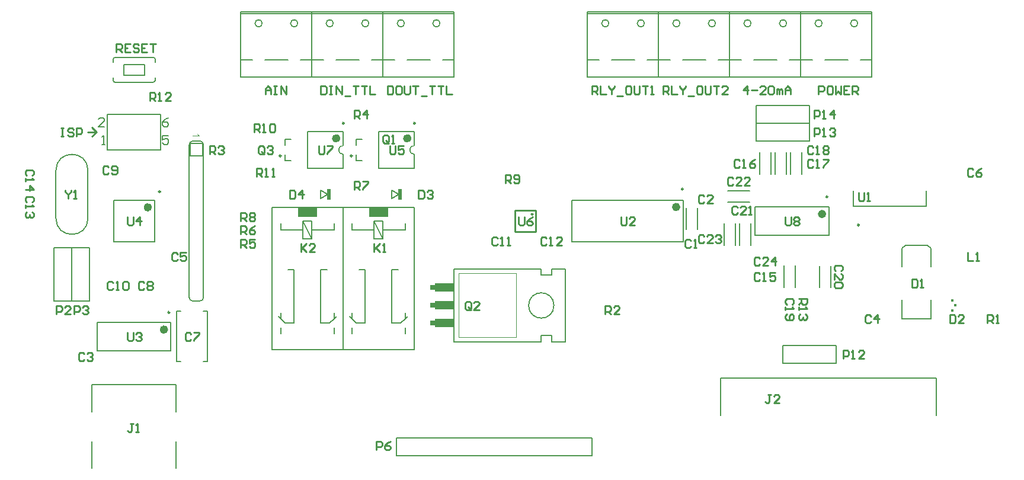
<source format=gto>
G04 Layer_Color=65535*
%FSLAX44Y44*%
%MOMM*%
G71*
G01*
G75*
%ADD54C,0.1524*%
%ADD55C,0.1270*%
%ADD56C,0.2500*%
%ADD57C,0.6000*%
%ADD58C,0.2540*%
%ADD59C,0.2000*%
%ADD60C,0.2032*%
%ADD61C,0.0508*%
%ADD62R,0.6096X1.5748*%
%ADD63R,2.7940X1.2700*%
%ADD64R,0.6350X0.7620*%
%ADD65R,0.3556X0.3528*%
%ADD66R,0.4318X0.3302*%
%ADD67R,0.4318X0.3250*%
%ADD68R,2.5400X1.2700*%
G36*
X269038Y480045D02*
X269053Y480015D01*
X269083Y479955D01*
X269128Y479895D01*
X269173Y479805D01*
X269218Y479700D01*
X269353Y479461D01*
X269518Y479191D01*
X269712Y478891D01*
X269937Y478591D01*
X270177Y478307D01*
X270192Y478292D01*
X270207Y478277D01*
X270297Y478187D01*
X270432Y478052D01*
X270597Y477887D01*
X270806Y477707D01*
X271031Y477527D01*
X271271Y477363D01*
X271511Y477228D01*
Y476433D01*
X261620D01*
Y477647D01*
X269323D01*
X269308Y477662D01*
X269248Y477722D01*
X269173Y477827D01*
X269068Y477962D01*
X268933Y478127D01*
X268798Y478322D01*
X268633Y478546D01*
X268484Y478801D01*
Y478816D01*
X268469Y478831D01*
X268409Y478921D01*
X268334Y479056D01*
X268244Y479221D01*
X268139Y479416D01*
X268049Y479625D01*
X267944Y479850D01*
X267854Y480060D01*
X269038D01*
Y480045D01*
D02*
G37*
D54*
X276860Y464820D02*
G03*
X271780Y469900I-5080J0D01*
G01*
X256540Y246380D02*
G03*
X261620Y241300I5080J0D01*
G01*
X271780D02*
G03*
X276860Y246380I0J5080D01*
G01*
X261620Y469900D02*
G03*
X256540Y464820I0J-5080D01*
G01*
X777494Y234950D02*
G03*
X777494Y234950I-18034J0D01*
G01*
X906780Y638048D02*
G03*
X906780Y638048I-5080J0D01*
G01*
X855980D02*
G03*
X855980Y638048I-5080J0D01*
G01*
X1008380D02*
G03*
X1008380Y638048I-5080J0D01*
G01*
X957580D02*
G03*
X957580Y638048I-5080J0D01*
G01*
X1109980D02*
G03*
X1109980Y638048I-5080J0D01*
G01*
X1059180D02*
G03*
X1059180Y638048I-5080J0D01*
G01*
X1211580D02*
G03*
X1211580Y638048I-5080J0D01*
G01*
X1160780D02*
G03*
X1160780Y638048I-5080J0D01*
G01*
X614680D02*
G03*
X614680Y638048I-5080J0D01*
G01*
X563880D02*
G03*
X563880Y638048I-5080J0D01*
G01*
X513080D02*
G03*
X513080Y638048I-5080J0D01*
G01*
X462280D02*
G03*
X462280Y638048I-5080J0D01*
G01*
X411480D02*
G03*
X411480Y638048I-5080J0D01*
G01*
X360680D02*
G03*
X360680Y638048I-5080J0D01*
G01*
X256540Y246380D02*
Y464820D01*
X276860Y246380D02*
Y464820D01*
X257810Y448310D02*
X275590D01*
X257810D02*
Y466090D01*
X261620Y241300D02*
X271780D01*
X261620Y469900D02*
X271780D01*
X257810Y466090D02*
X275590D01*
Y448310D02*
Y466090D01*
X774700Y287020D02*
X793750D01*
X774700Y278130D02*
Y287020D01*
X759460Y278130D02*
X774700D01*
X759460D02*
Y287020D01*
X635000D02*
X759460D01*
X774700Y182880D02*
X793750D01*
X774700D02*
Y191770D01*
X759460D02*
X774700D01*
X759460Y182880D02*
Y191770D01*
X635000Y182880D02*
X759460D01*
X793750D02*
Y287020D01*
X635000Y182880D02*
Y287020D01*
X927100Y651510D02*
Y654050D01*
X825500D02*
X927100D01*
X825500Y651510D02*
Y654050D01*
X927100Y585470D02*
Y651510D01*
X825500Y561340D02*
Y585470D01*
X910590D02*
X927100D01*
X859790D02*
X892810D01*
X825500D02*
X842010D01*
X825500D02*
Y651510D01*
Y561340D02*
X927100D01*
Y585470D01*
X825500Y651510D02*
X927100D01*
X1028700D02*
Y654050D01*
X927100D02*
X1028700D01*
X927100Y651510D02*
Y654050D01*
X1028700Y585470D02*
Y651510D01*
X927100Y561340D02*
Y585470D01*
X1012190D02*
X1028700D01*
X961390D02*
X994410D01*
X927100D02*
X943610D01*
X927100D02*
Y651510D01*
Y561340D02*
X1028700D01*
Y585470D01*
X927100Y651510D02*
X1028700D01*
X1130300D02*
Y654050D01*
X1028700D02*
X1130300D01*
X1028700Y651510D02*
Y654050D01*
X1130300Y585470D02*
Y651510D01*
X1028700Y561340D02*
Y585470D01*
X1113790D02*
X1130300D01*
X1062990D02*
X1096010D01*
X1028700D02*
X1045210D01*
X1028700D02*
Y651510D01*
Y561340D02*
X1130300D01*
Y585470D01*
X1028700Y651510D02*
X1130300D01*
X1231900D02*
Y654050D01*
X1130300D02*
X1231900D01*
X1130300Y651510D02*
Y654050D01*
X1231900Y585470D02*
Y651510D01*
X1130300Y561340D02*
Y585470D01*
X1215390D02*
X1231900D01*
X1164590D02*
X1197610D01*
X1130300D02*
X1146810D01*
X1130300D02*
Y651510D01*
Y561340D02*
X1231900D01*
Y585470D01*
X1130300Y651510D02*
X1231900D01*
X635000D02*
Y654050D01*
X533400D02*
X635000D01*
X533400Y651510D02*
Y654050D01*
X635000Y585470D02*
Y651510D01*
X533400Y561340D02*
Y585470D01*
X618490D02*
X635000D01*
X567690D02*
X600710D01*
X533400D02*
X549910D01*
X533400D02*
Y651510D01*
Y561340D02*
X635000D01*
Y585470D01*
X533400Y651510D02*
X635000D01*
X533400D02*
Y654050D01*
X431800D02*
X533400D01*
X431800Y651510D02*
Y654050D01*
X533400Y585470D02*
Y651510D01*
X431800Y561340D02*
Y585470D01*
X516890D02*
X533400D01*
X466090D02*
X499110D01*
X431800D02*
X448310D01*
X431800D02*
Y651510D01*
Y561340D02*
X533400D01*
Y585470D01*
X431800Y651510D02*
X533400D01*
X431800D02*
Y654050D01*
X330200D02*
X431800D01*
X330200Y651510D02*
Y654050D01*
X431800Y585470D02*
Y651510D01*
X330200Y561340D02*
Y585470D01*
X415290D02*
X431800D01*
X364490D02*
X397510D01*
X330200D02*
X346710D01*
X330200D02*
Y651510D01*
Y561340D02*
X431800D01*
Y585470D01*
X330200Y651510D02*
X431800D01*
X565150Y215900D02*
X568452Y218948D01*
X488950Y194818D02*
Y203200D01*
X485648Y218948D02*
X488950Y215900D01*
Y224028D01*
Y215900D02*
X495300Y209550D01*
X508000D01*
Y285750D01*
X499110D02*
X508000D01*
X565150Y194818D02*
Y203200D01*
Y215900D02*
Y224028D01*
X558800Y209550D02*
X565150Y215900D01*
X546100Y209550D02*
X558800D01*
X546100D02*
Y285750D01*
X554990D01*
X520700Y355600D02*
X533400Y330200D01*
X488950Y342900D02*
Y351790D01*
X520700Y330200D02*
Y342900D01*
X488950D02*
X520700D01*
Y355600D01*
X533400Y330200D02*
Y342900D01*
X520700Y330200D02*
X533400D01*
X520700Y355600D02*
X533400D01*
Y342900D02*
Y355600D01*
Y342900D02*
X565150D01*
Y351790D01*
X476250Y374650D02*
X514350D01*
Y361950D02*
Y374650D01*
X539750D01*
X514350Y361950D02*
X539750D01*
Y374650D01*
X577850D01*
Y171450D02*
Y374650D01*
X476250Y171450D02*
X577850D01*
X476250D02*
Y374650D01*
X463550Y215900D02*
X466852Y218948D01*
X387350Y194818D02*
Y203200D01*
X384048Y218948D02*
X387350Y215900D01*
Y224028D01*
Y215900D02*
X393700Y209550D01*
X406400D01*
Y285750D01*
X397510D02*
X406400D01*
X463550Y194818D02*
Y203200D01*
Y215900D02*
Y224028D01*
X457200Y209550D02*
X463550Y215900D01*
X444500Y209550D02*
X457200D01*
X444500D02*
Y285750D01*
X453390D01*
X419100Y355600D02*
X431800Y330200D01*
X387350Y342900D02*
Y351790D01*
X419100Y330200D02*
Y342900D01*
X387350D02*
X419100D01*
Y355600D01*
X431800Y330200D02*
Y342900D01*
X419100Y330200D02*
X431800D01*
X419100Y355600D02*
X431800D01*
Y342900D02*
Y355600D01*
Y342900D02*
X463550D01*
Y351790D01*
X374650Y374650D02*
X412750D01*
Y361950D02*
Y374650D01*
X438150D01*
X412750Y361950D02*
X438150D01*
Y374650D01*
X476250D01*
Y171450D02*
Y374650D01*
X374650Y171450D02*
X476250D01*
X374650D02*
Y374650D01*
D55*
X147800Y556500D02*
G03*
X150300Y554000I2500J0D01*
G01*
X204470D02*
G03*
X208026Y556500I528J3028D01*
G01*
Y586740D02*
G03*
X205486Y589026I-2413J-127D01*
G01*
X150300Y589026D02*
G03*
X147800Y586740I-107J-2393D01*
G01*
X193040Y564000D02*
Y579120D01*
X162800Y564000D02*
Y579120D01*
Y564000D02*
X193040D01*
X162800Y579120D02*
X193040D01*
X208026Y556500D02*
Y560500D01*
Y582676D02*
Y586740D01*
X147800Y582676D02*
Y586740D01*
Y556500D02*
Y560500D01*
X150300Y554000D02*
X204470D01*
X150300Y589026D02*
X205486D01*
D56*
X1213800Y350000D02*
G03*
X1213800Y350000I-1250J0D01*
G01*
X1168850Y390100D02*
G03*
X1168850Y390100I-1250J0D01*
G01*
X962250Y401100D02*
G03*
X962250Y401100I-1250J0D01*
G01*
X489400Y448700D02*
G03*
X489400Y448700I-1250J0D01*
G01*
X387800D02*
G03*
X387800Y448700I-1250J0D01*
G01*
X579400Y495300D02*
G03*
X579400Y495300I-1250J0D01*
G01*
X477800D02*
G03*
X477800Y495300I-1250J0D01*
G01*
X215300Y397600D02*
G03*
X215300Y397600I-1250J0D01*
G01*
X228550Y225000D02*
G03*
X228550Y225000I-1250J0D01*
G01*
D57*
X1163600Y365600D02*
G03*
X1163600Y365600I-3000J0D01*
G01*
X955150Y375600D02*
G03*
X955150Y375600I-3000J0D01*
G01*
X570950Y473700D02*
G03*
X570950Y473700I-3000J0D01*
G01*
X469350D02*
G03*
X469350Y473700I-3000J0D01*
G01*
X200300Y375100D02*
G03*
X200300Y375100I-3000J0D01*
G01*
X223300Y200500D02*
G03*
X223300Y200500I-3000J0D01*
G01*
D58*
X747350Y365350D02*
G03*
X747350Y365350I-1000J0D01*
G01*
X117475Y476250D02*
X123825Y482600D01*
X117475Y488950D02*
X123825Y482600D01*
X111125D02*
X123825D01*
X751600Y340600D02*
Y370600D01*
X721600Y340600D02*
Y370600D01*
Y340600D02*
X751600D01*
X721600Y370600D02*
X751600D01*
X973197Y327497D02*
X971198Y329496D01*
X967199D01*
X965200Y327497D01*
Y319499D01*
X967199Y317500D01*
X971198D01*
X973197Y319499D01*
X977196Y317500D02*
X981195D01*
X979195D01*
Y329496D01*
X977196Y327497D01*
X992247Y390997D02*
X990248Y392996D01*
X986249D01*
X984250Y390997D01*
Y382999D01*
X986249Y381000D01*
X990248D01*
X992247Y382999D01*
X1004243Y381000D02*
X996246D01*
X1004243Y388997D01*
Y390997D01*
X1002244Y392996D01*
X998245D01*
X996246Y390997D01*
X106422Y165572D02*
X104423Y167571D01*
X100424D01*
X98425Y165572D01*
Y157574D01*
X100424Y155575D01*
X104423D01*
X106422Y157574D01*
X110421Y165572D02*
X112421Y167571D01*
X116419D01*
X118419Y165572D01*
Y163572D01*
X116419Y161573D01*
X114420D01*
X116419D01*
X118419Y159574D01*
Y157574D01*
X116419Y155575D01*
X112421D01*
X110421Y157574D01*
X1230372Y219547D02*
X1228373Y221546D01*
X1224374D01*
X1222375Y219547D01*
Y211549D01*
X1224374Y209550D01*
X1228373D01*
X1230372Y211549D01*
X1240369Y209550D02*
Y221546D01*
X1234371Y215548D01*
X1242368D01*
X239772Y308447D02*
X237773Y310446D01*
X233774D01*
X231775Y308447D01*
Y300449D01*
X233774Y298450D01*
X237773D01*
X239772Y300449D01*
X251768Y310446D02*
X243771D01*
Y304448D01*
X247770Y306447D01*
X249769D01*
X251768Y304448D01*
Y300449D01*
X249769Y298450D01*
X245770D01*
X243771Y300449D01*
X1376422Y429097D02*
X1374423Y431096D01*
X1370424D01*
X1368425Y429097D01*
Y421099D01*
X1370424Y419100D01*
X1374423D01*
X1376422Y421099D01*
X1388418Y431096D02*
X1384420Y429097D01*
X1380421Y425098D01*
Y421099D01*
X1382421Y419100D01*
X1386419D01*
X1388418Y421099D01*
Y423099D01*
X1386419Y425098D01*
X1380421D01*
X258822Y194147D02*
X256823Y196146D01*
X252824D01*
X250825Y194147D01*
Y186149D01*
X252824Y184150D01*
X256823D01*
X258822Y186149D01*
X262821Y196146D02*
X270819D01*
Y194147D01*
X262821Y186149D01*
Y184150D01*
X192147Y267172D02*
X190148Y269171D01*
X186149D01*
X184150Y267172D01*
Y259174D01*
X186149Y257175D01*
X190148D01*
X192147Y259174D01*
X196146Y267172D02*
X198146Y269171D01*
X202144D01*
X204144Y267172D01*
Y265172D01*
X202144Y263173D01*
X204144Y261174D01*
Y259174D01*
X202144Y257175D01*
X198146D01*
X196146Y259174D01*
Y261174D01*
X198146Y263173D01*
X196146Y265172D01*
Y267172D01*
X198146Y263173D02*
X202144D01*
X141347Y432272D02*
X139348Y434271D01*
X135349D01*
X133350Y432272D01*
Y424274D01*
X135349Y422275D01*
X139348D01*
X141347Y424274D01*
X145346D02*
X147346Y422275D01*
X151344D01*
X153343Y424274D01*
Y432272D01*
X151344Y434271D01*
X147346D01*
X145346Y432272D01*
Y430272D01*
X147346Y428273D01*
X153343D01*
X147697Y267172D02*
X145698Y269171D01*
X141699D01*
X139700Y267172D01*
Y259174D01*
X141699Y257175D01*
X145698D01*
X147697Y259174D01*
X151696Y257175D02*
X155695D01*
X153695D01*
Y269171D01*
X151696Y267172D01*
X161693D02*
X163692Y269171D01*
X167691D01*
X169690Y267172D01*
Y259174D01*
X167691Y257175D01*
X163692D01*
X161693Y259174D01*
Y267172D01*
X696972Y330672D02*
X694973Y332671D01*
X690974D01*
X688975Y330672D01*
Y322674D01*
X690974Y320675D01*
X694973D01*
X696972Y322674D01*
X700971Y320675D02*
X704970D01*
X702971D01*
Y332671D01*
X700971Y330672D01*
X710968Y320675D02*
X714967D01*
X712967D01*
Y332671D01*
X710968Y330672D01*
X766822D02*
X764823Y332671D01*
X760824D01*
X758825Y330672D01*
Y322674D01*
X760824Y320675D01*
X764823D01*
X766822Y322674D01*
X770821Y320675D02*
X774820D01*
X772821D01*
Y332671D01*
X770821Y330672D01*
X788815Y320675D02*
X780818D01*
X788815Y328672D01*
Y330672D01*
X786816Y332671D01*
X782817D01*
X780818Y330672D01*
X32222Y382528D02*
X34221Y384527D01*
Y388526D01*
X32222Y390525D01*
X24224D01*
X22225Y388526D01*
Y384527D01*
X24224Y382528D01*
X22225Y378529D02*
Y374530D01*
Y376530D01*
X34221D01*
X32222Y378529D01*
Y368532D02*
X34221Y366533D01*
Y362534D01*
X32222Y360535D01*
X30222D01*
X28223Y362534D01*
Y364533D01*
Y362534D01*
X26224Y360535D01*
X24224D01*
X22225Y362534D01*
Y366533D01*
X24224Y368532D01*
X32222Y420628D02*
X34221Y422627D01*
Y426626D01*
X32222Y428625D01*
X24224D01*
X22225Y426626D01*
Y422627D01*
X24224Y420628D01*
X22225Y416629D02*
Y412630D01*
Y414630D01*
X34221D01*
X32222Y416629D01*
X22225Y400634D02*
X34221D01*
X28223Y406632D01*
Y398635D01*
X1071622Y279872D02*
X1069623Y281871D01*
X1065624D01*
X1063625Y279872D01*
Y271874D01*
X1065624Y269875D01*
X1069623D01*
X1071622Y271874D01*
X1075621Y269875D02*
X1079620D01*
X1077620D01*
Y281871D01*
X1075621Y279872D01*
X1093615Y281871D02*
X1085618D01*
Y275873D01*
X1089617Y277872D01*
X1091616D01*
X1093615Y275873D01*
Y271874D01*
X1091616Y269875D01*
X1087617D01*
X1085618Y271874D01*
X1043047Y441797D02*
X1041048Y443796D01*
X1037049D01*
X1035050Y441797D01*
Y433799D01*
X1037049Y431800D01*
X1041048D01*
X1043047Y433799D01*
X1047046Y431800D02*
X1051045D01*
X1049045D01*
Y443796D01*
X1047046Y441797D01*
X1065040Y443796D02*
X1061042Y441797D01*
X1057043Y437798D01*
Y433799D01*
X1059042Y431800D01*
X1063041D01*
X1065040Y433799D01*
Y435799D01*
X1063041Y437798D01*
X1057043D01*
X1147822Y441797D02*
X1145823Y443796D01*
X1141824D01*
X1139825Y441797D01*
Y433799D01*
X1141824Y431800D01*
X1145823D01*
X1147822Y433799D01*
X1151821Y431800D02*
X1155820D01*
X1153820D01*
Y443796D01*
X1151821Y441797D01*
X1161818Y443796D02*
X1169815D01*
Y441797D01*
X1161818Y433799D01*
Y431800D01*
X1147822Y460847D02*
X1145823Y462846D01*
X1141824D01*
X1139825Y460847D01*
Y452849D01*
X1141824Y450850D01*
X1145823D01*
X1147822Y452849D01*
X1151821Y450850D02*
X1155820D01*
X1153820D01*
Y462846D01*
X1151821Y460847D01*
X1161818D02*
X1163817Y462846D01*
X1167816D01*
X1169815Y460847D01*
Y458847D01*
X1167816Y456848D01*
X1169815Y454849D01*
Y452849D01*
X1167816Y450850D01*
X1163817D01*
X1161818Y452849D01*
Y454849D01*
X1163817Y456848D01*
X1161818Y458847D01*
Y460847D01*
X1163817Y456848D02*
X1167816D01*
X1118072Y236478D02*
X1120071Y238477D01*
Y242476D01*
X1118072Y244475D01*
X1110074D01*
X1108075Y242476D01*
Y238477D01*
X1110074Y236478D01*
X1108075Y232479D02*
Y228480D01*
Y230480D01*
X1120071D01*
X1118072Y232479D01*
X1110074Y222482D02*
X1108075Y220483D01*
Y216484D01*
X1110074Y214485D01*
X1118072D01*
X1120071Y216484D01*
Y220483D01*
X1118072Y222482D01*
X1116072D01*
X1114073Y220483D01*
Y214485D01*
X1187922Y284103D02*
X1189921Y286102D01*
Y290101D01*
X1187922Y292100D01*
X1179924D01*
X1177925Y290101D01*
Y286102D01*
X1179924Y284103D01*
X1177925Y272106D02*
Y280104D01*
X1185922Y272106D01*
X1187922D01*
X1189921Y274106D01*
Y278104D01*
X1187922Y280104D01*
Y268108D02*
X1189921Y266108D01*
Y262110D01*
X1187922Y260110D01*
X1179924D01*
X1177925Y262110D01*
Y266108D01*
X1179924Y268108D01*
X1187922D01*
X1039872Y375122D02*
X1037873Y377121D01*
X1033874D01*
X1031875Y375122D01*
Y367124D01*
X1033874Y365125D01*
X1037873D01*
X1039872Y367124D01*
X1051869Y365125D02*
X1043871D01*
X1051869Y373122D01*
Y375122D01*
X1049869Y377121D01*
X1045871D01*
X1043871Y375122D01*
X1055867Y365125D02*
X1059866D01*
X1057867D01*
Y377121D01*
X1055867Y375122D01*
X1033522Y416397D02*
X1031523Y418396D01*
X1027524D01*
X1025525Y416397D01*
Y408399D01*
X1027524Y406400D01*
X1031523D01*
X1033522Y408399D01*
X1045518Y406400D02*
X1037521D01*
X1045518Y414397D01*
Y416397D01*
X1043519Y418396D01*
X1039520D01*
X1037521Y416397D01*
X1057515Y406400D02*
X1049517D01*
X1057515Y414397D01*
Y416397D01*
X1055515Y418396D01*
X1051517D01*
X1049517Y416397D01*
X992247Y333847D02*
X990248Y335846D01*
X986249D01*
X984250Y333847D01*
Y325849D01*
X986249Y323850D01*
X990248D01*
X992247Y325849D01*
X1004243Y323850D02*
X996246D01*
X1004243Y331847D01*
Y333847D01*
X1002244Y335846D01*
X998245D01*
X996246Y333847D01*
X1008242D02*
X1010242Y335846D01*
X1014240D01*
X1016240Y333847D01*
Y331847D01*
X1014240Y329848D01*
X1012241D01*
X1014240D01*
X1016240Y327849D01*
Y325849D01*
X1014240Y323850D01*
X1010242D01*
X1008242Y325849D01*
X1071622Y302097D02*
X1069623Y304096D01*
X1065624D01*
X1063625Y302097D01*
Y294099D01*
X1065624Y292100D01*
X1069623D01*
X1071622Y294099D01*
X1083618Y292100D02*
X1075621D01*
X1083618Y300097D01*
Y302097D01*
X1081619Y304096D01*
X1077620D01*
X1075621Y302097D01*
X1093615Y292100D02*
Y304096D01*
X1087617Y298098D01*
X1095615D01*
X1289050Y272346D02*
Y260350D01*
X1295048D01*
X1297047Y262349D01*
Y270347D01*
X1295048Y272346D01*
X1289050D01*
X1301046Y260350D02*
X1305045D01*
X1303046D01*
Y272346D01*
X1301046Y270347D01*
X1343025Y221546D02*
Y209550D01*
X1349023D01*
X1351022Y211549D01*
Y219547D01*
X1349023Y221546D01*
X1343025D01*
X1363018Y209550D02*
X1355021D01*
X1363018Y217547D01*
Y219547D01*
X1361019Y221546D01*
X1357021D01*
X1355021Y219547D01*
X584200Y399346D02*
Y387350D01*
X590198D01*
X592197Y389349D01*
Y397347D01*
X590198Y399346D01*
X584200D01*
X596196Y397347D02*
X598195Y399346D01*
X602194D01*
X604193Y397347D01*
Y395347D01*
X602194Y393348D01*
X600195D01*
X602194D01*
X604193Y391349D01*
Y389349D01*
X602194Y387350D01*
X598195D01*
X596196Y389349D01*
X400050Y399346D02*
Y387350D01*
X406048D01*
X408047Y389349D01*
Y397347D01*
X406048Y399346D01*
X400050D01*
X418044Y387350D02*
Y399346D01*
X412046Y393348D01*
X420043D01*
X176272Y65971D02*
X172274D01*
X174273D01*
Y55974D01*
X172274Y53975D01*
X170274D01*
X168275Y55974D01*
X180271Y53975D02*
X184270D01*
X182271D01*
Y65971D01*
X180271Y63972D01*
X1087497Y107246D02*
X1083499D01*
X1085498D01*
Y97249D01*
X1083499Y95250D01*
X1081499D01*
X1079500Y97249D01*
X1099493Y95250D02*
X1091496D01*
X1099493Y103247D01*
Y105247D01*
X1097494Y107246D01*
X1093495D01*
X1091496Y105247D01*
X520700Y323146D02*
Y311150D01*
Y315149D01*
X528697Y323146D01*
X522699Y317148D01*
X528697Y311150D01*
X532696D02*
X536695D01*
X534696D01*
Y323146D01*
X532696Y321147D01*
X415925Y323146D02*
Y311150D01*
Y315149D01*
X423922Y323146D01*
X417924Y317148D01*
X423922Y311150D01*
X435919D02*
X427921D01*
X435919Y319147D01*
Y321147D01*
X433919Y323146D01*
X429921D01*
X427921Y321147D01*
X1368425Y310446D02*
Y298450D01*
X1376422D01*
X1380421D02*
X1384420D01*
X1382421D01*
Y310446D01*
X1380421Y308447D01*
X1155700Y536575D02*
Y548571D01*
X1161698D01*
X1163697Y546572D01*
Y542573D01*
X1161698Y540574D01*
X1155700D01*
X1173694Y548571D02*
X1169696D01*
X1167696Y546572D01*
Y538574D01*
X1169696Y536575D01*
X1173694D01*
X1175694Y538574D01*
Y546572D01*
X1173694Y548571D01*
X1179692D02*
Y536575D01*
X1183691Y540574D01*
X1187690Y536575D01*
Y548571D01*
X1199686D02*
X1191688D01*
Y536575D01*
X1199686D01*
X1191688Y542573D02*
X1195687D01*
X1203684Y536575D02*
Y548571D01*
X1209682D01*
X1211682Y546572D01*
Y542573D01*
X1209682Y540574D01*
X1203684D01*
X1207683D02*
X1211682Y536575D01*
X66675Y222250D02*
Y234246D01*
X72673D01*
X74672Y232247D01*
Y228248D01*
X72673Y226249D01*
X66675D01*
X86669Y222250D02*
X78671D01*
X86669Y230247D01*
Y232247D01*
X84669Y234246D01*
X80670D01*
X78671Y232247D01*
X92075Y222250D02*
Y234246D01*
X98073D01*
X100072Y232247D01*
Y228248D01*
X98073Y226249D01*
X92075D01*
X104071Y232247D02*
X106070Y234246D01*
X110069D01*
X112069Y232247D01*
Y230247D01*
X110069Y228248D01*
X108070D01*
X110069D01*
X112069Y226249D01*
Y224249D01*
X110069Y222250D01*
X106070D01*
X104071Y224249D01*
X444500Y548571D02*
Y536575D01*
X450498D01*
X452497Y538574D01*
Y546572D01*
X450498Y548571D01*
X444500D01*
X456496D02*
X460495D01*
X458495D01*
Y536575D01*
X456496D01*
X460495D01*
X466493D02*
Y548571D01*
X474490Y536575D01*
Y548571D01*
X478489Y534576D02*
X486486D01*
X490485Y548571D02*
X498483D01*
X494484D01*
Y536575D01*
X502481Y548571D02*
X510479D01*
X506480D01*
Y536575D01*
X514477Y548571D02*
Y536575D01*
X522475D01*
X933450D02*
Y548571D01*
X939448D01*
X941447Y546572D01*
Y542573D01*
X939448Y540574D01*
X933450D01*
X937449D02*
X941447Y536575D01*
X945446Y548571D02*
Y536575D01*
X953444D01*
X957442Y548571D02*
Y546572D01*
X961441Y542573D01*
X965440Y546572D01*
Y548571D01*
X961441Y542573D02*
Y536575D01*
X969438Y534576D02*
X977436D01*
X987432Y548571D02*
X983434D01*
X981434Y546572D01*
Y538574D01*
X983434Y536575D01*
X987432D01*
X989432Y538574D01*
Y546572D01*
X987432Y548571D01*
X993431D02*
Y538574D01*
X995430Y536575D01*
X999429D01*
X1001428Y538574D01*
Y548571D01*
X1005427D02*
X1013424D01*
X1009425D01*
Y536575D01*
X1025420D02*
X1017423D01*
X1025420Y544572D01*
Y546572D01*
X1023421Y548571D01*
X1019422D01*
X1017423Y546572D01*
X523875Y28575D02*
Y40571D01*
X529873D01*
X531872Y38572D01*
Y34573D01*
X529873Y32574D01*
X523875D01*
X543868Y40571D02*
X539870Y38572D01*
X535871Y34573D01*
Y30574D01*
X537870Y28575D01*
X541869D01*
X543868Y30574D01*
Y32574D01*
X541869Y34573D01*
X535871D01*
X539750Y548571D02*
Y536575D01*
X545748D01*
X547747Y538574D01*
Y546572D01*
X545748Y548571D01*
X539750D01*
X557744D02*
X553745D01*
X551746Y546572D01*
Y538574D01*
X553745Y536575D01*
X557744D01*
X559743Y538574D01*
Y546572D01*
X557744Y548571D01*
X563742D02*
Y538574D01*
X565742Y536575D01*
X569740D01*
X571740Y538574D01*
Y548571D01*
X575738D02*
X583736D01*
X579737D01*
Y536575D01*
X587734Y534576D02*
X595732D01*
X599731Y548571D02*
X607728D01*
X603729D01*
Y536575D01*
X611727Y548571D02*
X619724D01*
X615725D01*
Y536575D01*
X623723Y548571D02*
Y536575D01*
X631720D01*
X73025Y488246D02*
X77024D01*
X75024D01*
Y476250D01*
X73025D01*
X77024D01*
X91019Y486247D02*
X89020Y488246D01*
X85021D01*
X83022Y486247D01*
Y484247D01*
X85021Y482248D01*
X89020D01*
X91019Y480249D01*
Y478249D01*
X89020Y476250D01*
X85021D01*
X83022Y478249D01*
X95018Y476250D02*
Y488246D01*
X101016D01*
X103015Y486247D01*
Y482248D01*
X101016Y480249D01*
X95018D01*
X1053748Y536575D02*
Y548571D01*
X1047750Y542573D01*
X1055747D01*
X1059746D02*
X1067744D01*
X1079740Y536575D02*
X1071742D01*
X1079740Y544572D01*
Y546572D01*
X1077740Y548571D01*
X1073742D01*
X1071742Y546572D01*
X1083738D02*
X1085738Y548571D01*
X1089736D01*
X1091736Y546572D01*
Y538574D01*
X1089736Y536575D01*
X1085738D01*
X1083738Y538574D01*
Y546572D01*
X1095734Y536575D02*
Y544572D01*
X1097734D01*
X1099733Y542573D01*
Y536575D01*
Y542573D01*
X1101732Y544572D01*
X1103732Y542573D01*
Y536575D01*
X1107731D02*
Y544572D01*
X1111729Y548571D01*
X1115728Y544572D01*
Y536575D01*
Y542573D01*
X1107731D01*
X831850Y536575D02*
Y548571D01*
X837848D01*
X839847Y546572D01*
Y542573D01*
X837848Y540574D01*
X831850D01*
X835849D02*
X839847Y536575D01*
X843846Y548571D02*
Y536575D01*
X851843D01*
X855842Y548571D02*
Y546572D01*
X859841Y542573D01*
X863840Y546572D01*
Y548571D01*
X859841Y542573D02*
Y536575D01*
X867838Y534576D02*
X875836D01*
X885833Y548571D02*
X881834D01*
X879835Y546572D01*
Y538574D01*
X881834Y536575D01*
X885833D01*
X887832Y538574D01*
Y546572D01*
X885833Y548571D01*
X891831D02*
Y538574D01*
X893830Y536575D01*
X897829D01*
X899828Y538574D01*
Y548571D01*
X903827D02*
X911824D01*
X907825D01*
Y536575D01*
X915823D02*
X919821D01*
X917822D01*
Y548571D01*
X915823Y546572D01*
X365125Y536575D02*
Y544572D01*
X369124Y548571D01*
X373122Y544572D01*
Y536575D01*
Y542573D01*
X365125D01*
X377121Y548571D02*
X381120D01*
X379120D01*
Y536575D01*
X377121D01*
X381120D01*
X387118D02*
Y548571D01*
X395115Y536575D01*
Y548571D01*
X1190625Y158750D02*
Y170746D01*
X1196623D01*
X1198622Y168747D01*
Y164748D01*
X1196623Y162749D01*
X1190625D01*
X1202621Y158750D02*
X1206620D01*
X1204621D01*
Y170746D01*
X1202621Y168747D01*
X1220615Y158750D02*
X1212618D01*
X1220615Y166747D01*
Y168747D01*
X1218616Y170746D01*
X1214617D01*
X1212618Y168747D01*
X1149350Y476250D02*
Y488246D01*
X1155348D01*
X1157347Y486247D01*
Y482248D01*
X1155348Y480249D01*
X1149350D01*
X1161346Y476250D02*
X1165345D01*
X1163345D01*
Y488246D01*
X1161346Y486247D01*
X1171343D02*
X1173342Y488246D01*
X1177341D01*
X1179340Y486247D01*
Y484247D01*
X1177341Y482248D01*
X1175342D01*
X1177341D01*
X1179340Y480249D01*
Y478249D01*
X1177341Y476250D01*
X1173342D01*
X1171343Y478249D01*
X1149350Y501650D02*
Y513646D01*
X1155348D01*
X1157347Y511647D01*
Y507648D01*
X1155348Y505649D01*
X1149350D01*
X1161346Y501650D02*
X1165345D01*
X1163345D01*
Y513646D01*
X1161346Y511647D01*
X1177341Y501650D02*
Y513646D01*
X1171343Y507648D01*
X1179340D01*
X541397Y468724D02*
Y476722D01*
X539398Y478721D01*
X535399D01*
X533400Y476722D01*
Y468724D01*
X535399Y466725D01*
X539398D01*
X537399Y470724D02*
X541397Y466725D01*
X539398D02*
X541397Y468724D01*
X545396Y466725D02*
X549395D01*
X547396D01*
Y478721D01*
X545396Y476722D01*
X363597Y452849D02*
Y460847D01*
X361598Y462846D01*
X357599D01*
X355600Y460847D01*
Y452849D01*
X357599Y450850D01*
X361598D01*
X359599Y454849D02*
X363597Y450850D01*
X361598D02*
X363597Y452849D01*
X367596Y460847D02*
X369595Y462846D01*
X373594D01*
X375593Y460847D01*
Y458847D01*
X373594Y456848D01*
X371595D01*
X373594D01*
X375593Y454849D01*
Y452849D01*
X373594Y450850D01*
X369595D01*
X367596Y452849D01*
X1397000Y209550D02*
Y221546D01*
X1402998D01*
X1404997Y219547D01*
Y215548D01*
X1402998Y213549D01*
X1397000D01*
X1400999D02*
X1404997Y209550D01*
X1408996D02*
X1412995D01*
X1410995D01*
Y221546D01*
X1408996Y219547D01*
X850900Y222250D02*
Y234246D01*
X856898D01*
X858897Y232247D01*
Y228248D01*
X856898Y226249D01*
X850900D01*
X854899D02*
X858897Y222250D01*
X870893D02*
X862896D01*
X870893Y230247D01*
Y232247D01*
X868894Y234246D01*
X864895D01*
X862896Y232247D01*
X285750Y450850D02*
Y462846D01*
X291748D01*
X293747Y460847D01*
Y456848D01*
X291748Y454849D01*
X285750D01*
X289749D02*
X293747Y450850D01*
X297746Y460847D02*
X299746Y462846D01*
X303744D01*
X305744Y460847D01*
Y458847D01*
X303744Y456848D01*
X301745D01*
X303744D01*
X305744Y454849D01*
Y452849D01*
X303744Y450850D01*
X299746D01*
X297746Y452849D01*
X492125Y501650D02*
Y513646D01*
X498123D01*
X500122Y511647D01*
Y507648D01*
X498123Y505649D01*
X492125D01*
X496124D02*
X500122Y501650D01*
X510119D02*
Y513646D01*
X504121Y507648D01*
X512118D01*
X330200Y317500D02*
Y329496D01*
X336198D01*
X338197Y327497D01*
Y323498D01*
X336198Y321499D01*
X330200D01*
X334199D02*
X338197Y317500D01*
X350193Y329496D02*
X342196D01*
Y323498D01*
X346195Y325497D01*
X348194D01*
X350193Y323498D01*
Y319499D01*
X348194Y317500D01*
X344196D01*
X342196Y319499D01*
X330200Y336550D02*
Y348546D01*
X336198D01*
X338197Y346547D01*
Y342548D01*
X336198Y340549D01*
X330200D01*
X334199D02*
X338197Y336550D01*
X350193Y348546D02*
X346195Y346547D01*
X342196Y342548D01*
Y338549D01*
X344196Y336550D01*
X348194D01*
X350193Y338549D01*
Y340549D01*
X348194Y342548D01*
X342196D01*
X492125Y400050D02*
Y412046D01*
X498123D01*
X500122Y410047D01*
Y406048D01*
X498123Y404049D01*
X492125D01*
X496124D02*
X500122Y400050D01*
X504121Y412046D02*
X512118D01*
Y410047D01*
X504121Y402049D01*
Y400050D01*
X330200Y355600D02*
Y367596D01*
X336198D01*
X338197Y365597D01*
Y361598D01*
X336198Y359599D01*
X330200D01*
X334199D02*
X338197Y355600D01*
X342196Y365597D02*
X344196Y367596D01*
X348194D01*
X350193Y365597D01*
Y363597D01*
X348194Y361598D01*
X350193Y359599D01*
Y357599D01*
X348194Y355600D01*
X344196D01*
X342196Y357599D01*
Y359599D01*
X344196Y361598D01*
X342196Y363597D01*
Y365597D01*
X344196Y361598D02*
X348194D01*
X708025Y409575D02*
Y421571D01*
X714023D01*
X716022Y419572D01*
Y415573D01*
X714023Y413574D01*
X708025D01*
X712024D02*
X716022Y409575D01*
X720021Y411574D02*
X722020Y409575D01*
X726019D01*
X728018Y411574D01*
Y419572D01*
X726019Y421571D01*
X722020D01*
X720021Y419572D01*
Y417572D01*
X722020Y415573D01*
X728018D01*
X349250Y482600D02*
Y494596D01*
X355248D01*
X357247Y492597D01*
Y488598D01*
X355248Y486599D01*
X349250D01*
X353249D02*
X357247Y482600D01*
X361246D02*
X365245D01*
X363246D01*
Y494596D01*
X361246Y492597D01*
X371243D02*
X373242Y494596D01*
X377241D01*
X379240Y492597D01*
Y484599D01*
X377241Y482600D01*
X373242D01*
X371243Y484599D01*
Y492597D01*
X352425Y419100D02*
Y431096D01*
X358423D01*
X360422Y429097D01*
Y425098D01*
X358423Y423099D01*
X352425D01*
X356424D02*
X360422Y419100D01*
X364421D02*
X368420D01*
X366421D01*
Y431096D01*
X364421Y429097D01*
X374418Y419100D02*
X378417D01*
X376417D01*
Y431096D01*
X374418Y429097D01*
X200025Y527050D02*
Y539046D01*
X206023D01*
X208022Y537047D01*
Y533048D01*
X206023Y531049D01*
X200025D01*
X204024D02*
X208022Y527050D01*
X212021D02*
X216020D01*
X214021D01*
Y539046D01*
X212021Y537047D01*
X230015Y527050D02*
X222018D01*
X230015Y535047D01*
Y537047D01*
X228016Y539046D01*
X224017D01*
X222018Y537047D01*
X1127125Y244475D02*
X1139121D01*
Y238477D01*
X1137122Y236478D01*
X1133123D01*
X1131124Y238477D01*
Y244475D01*
Y240476D02*
X1127125Y236478D01*
Y232479D02*
Y228480D01*
Y230480D01*
X1139121D01*
X1137122Y232479D01*
Y222482D02*
X1139121Y220483D01*
Y216484D01*
X1137122Y214485D01*
X1135122D01*
X1133123Y216484D01*
Y218483D01*
Y216484D01*
X1131124Y214485D01*
X1129124D01*
X1127125Y216484D01*
Y220483D01*
X1129124Y222482D01*
X152400Y596900D02*
Y608896D01*
X158398D01*
X160397Y606897D01*
Y602898D01*
X158398Y600899D01*
X152400D01*
X156399D02*
X160397Y596900D01*
X172393Y608896D02*
X164396D01*
Y596900D01*
X172393D01*
X164396Y602898D02*
X168395D01*
X184390Y606897D02*
X182390Y608896D01*
X178392D01*
X176392Y606897D01*
Y604897D01*
X178392Y602898D01*
X182390D01*
X184390Y600899D01*
Y598899D01*
X182390Y596900D01*
X178392D01*
X176392Y598899D01*
X196386Y608896D02*
X188388D01*
Y596900D01*
X196386D01*
X188388Y602898D02*
X192387D01*
X200385Y608896D02*
X208382D01*
X204383D01*
Y596900D01*
X1212850Y396171D02*
Y386174D01*
X1214849Y384175D01*
X1218848D01*
X1220847Y386174D01*
Y396171D01*
X1224846Y384175D02*
X1228845D01*
X1226845D01*
Y396171D01*
X1224846Y394172D01*
X873125Y361246D02*
Y351249D01*
X875124Y349250D01*
X879123D01*
X881122Y351249D01*
Y361246D01*
X893119Y349250D02*
X885121D01*
X893119Y357247D01*
Y359247D01*
X891119Y361246D01*
X887121D01*
X885121Y359247D01*
X168275Y196146D02*
Y186149D01*
X170274Y184150D01*
X174273D01*
X176272Y186149D01*
Y196146D01*
X180271Y194147D02*
X182271Y196146D01*
X186269D01*
X188269Y194147D01*
Y192147D01*
X186269Y190148D01*
X184270D01*
X186269D01*
X188269Y188149D01*
Y186149D01*
X186269Y184150D01*
X182271D01*
X180271Y186149D01*
X168275Y361246D02*
Y351249D01*
X170274Y349250D01*
X174273D01*
X176272Y351249D01*
Y361246D01*
X186269Y349250D02*
Y361246D01*
X180271Y355248D01*
X188269D01*
X542925Y462846D02*
Y452849D01*
X544924Y450850D01*
X548923D01*
X550922Y452849D01*
Y462846D01*
X562919D02*
X554921D01*
Y456848D01*
X558920Y458847D01*
X560919D01*
X562919Y456848D01*
Y452849D01*
X560919Y450850D01*
X556921D01*
X554921Y452849D01*
X727075Y361246D02*
Y351249D01*
X729074Y349250D01*
X733073D01*
X735072Y351249D01*
Y361246D01*
X747068D02*
X743070Y359247D01*
X739071Y355248D01*
Y351249D01*
X741070Y349250D01*
X745069D01*
X747068Y351249D01*
Y353249D01*
X745069Y355248D01*
X739071D01*
X441325Y462846D02*
Y452849D01*
X443324Y450850D01*
X447323D01*
X449322Y452849D01*
Y462846D01*
X453321D02*
X461319D01*
Y460847D01*
X453321Y452849D01*
Y450850D01*
X1108075Y361246D02*
Y351249D01*
X1110074Y349250D01*
X1114073D01*
X1116072Y351249D01*
Y361246D01*
X1120071Y359247D02*
X1122070Y361246D01*
X1126069D01*
X1128068Y359247D01*
Y357247D01*
X1126069Y355248D01*
X1128068Y353249D01*
Y351249D01*
X1126069Y349250D01*
X1122070D01*
X1120071Y351249D01*
Y353249D01*
X1122070Y355248D01*
X1120071Y357247D01*
Y359247D01*
X1122070Y355248D02*
X1126069D01*
X79375Y399346D02*
Y397347D01*
X83374Y393348D01*
X87372Y397347D01*
Y399346D01*
X83374Y393348D02*
Y387350D01*
X91371D02*
X95370D01*
X93371D01*
Y399346D01*
X91371Y397347D01*
X658872Y230599D02*
Y238597D01*
X656873Y240596D01*
X652874D01*
X650875Y238597D01*
Y230599D01*
X652874Y228600D01*
X656873D01*
X654874Y232599D02*
X658872Y228600D01*
X656873D02*
X658872Y230599D01*
X670869Y228600D02*
X662871D01*
X670869Y236597D01*
Y238597D01*
X668869Y240596D01*
X664871D01*
X662871Y238597D01*
D59*
X577950Y463550D02*
G03*
X577950Y450850I0J-6350D01*
G01*
X476350Y463550D02*
G03*
X476350Y450850I0J-6350D01*
G01*
X1274900Y290450D02*
Y316450D01*
X1279400Y320950D02*
X1311400D01*
X1274900Y215950D02*
X1315900D01*
Y242950D01*
X1274900Y215950D02*
Y242950D01*
X1274850Y316450D02*
X1279400Y320950D01*
X1311400D02*
X1315900Y316450D01*
Y290450D02*
Y316450D01*
X167217Y457200D02*
X215900D01*
X139700D02*
X215900D01*
X139700Y508000D02*
X215900D01*
X139700Y457200D02*
Y508000D01*
X215900Y457200D02*
Y508000D01*
X1066800Y495300D02*
Y520700D01*
X1143000D01*
Y495300D02*
Y520700D01*
X1066800Y495300D02*
X1143000D01*
X1066800Y469900D02*
X1143000D01*
Y495300D01*
X1066800D02*
X1143000D01*
X1066800Y469900D02*
Y495300D01*
X1181100Y152400D02*
Y177800D01*
X1104900Y152400D02*
X1181100D01*
X1104900D02*
Y177800D01*
X1181100D01*
X114300Y241300D02*
Y317500D01*
X88900D02*
X114300D01*
X88900Y241300D02*
Y317500D01*
Y241300D02*
X114300D01*
X63500D02*
X88900D01*
X63500D02*
Y317500D01*
X88900D01*
Y241300D02*
Y317500D01*
X571350Y45800D02*
X831700D01*
X552300D02*
X571350D01*
X552300Y20400D02*
Y45800D01*
Y20400D02*
X831700D01*
Y45800D01*
X1309300Y376500D02*
Y399000D01*
X1205300Y376500D02*
X1309300D01*
X1205300D02*
Y399000D01*
X1064600Y375600D02*
X1170600D01*
X1064600Y335600D02*
X1170600D01*
Y375600D01*
X1064600Y335600D02*
Y375600D01*
X803150Y385600D02*
X962150D01*
X803150Y325600D02*
X962150D01*
Y385600D01*
X803150Y325600D02*
Y385600D01*
X494650Y442200D02*
X503650D01*
X494650D02*
Y450200D01*
Y472200D02*
X503650D01*
X494650Y464200D02*
Y472200D01*
X393050Y442200D02*
X402050D01*
X393050D02*
Y450200D01*
Y472200D02*
X402050D01*
X393050Y464200D02*
Y472200D01*
X526950Y483700D02*
X577950D01*
X526950Y430700D02*
X577950D01*
Y463550D02*
Y483700D01*
Y430700D02*
Y450850D01*
X526950Y430700D02*
Y483700D01*
X425350D02*
X476350D01*
X425350Y430700D02*
X476350D01*
Y463550D02*
Y483700D01*
Y430700D02*
Y450850D01*
X425350Y430700D02*
Y483700D01*
X148300Y326100D02*
Y385100D01*
X207300Y326100D02*
Y385100D01*
X148300Y326100D02*
X207300D01*
X148300Y385100D02*
X207300D01*
X125300Y170500D02*
Y210500D01*
X230300Y170500D02*
Y210500D01*
X125300Y170500D02*
X230300D01*
X125300Y210500D02*
X230300D01*
D60*
X66040Y359410D02*
G03*
X111760Y359410I22860J0D01*
G01*
Y427990D02*
G03*
X66040Y427990I-22860J0D01*
G01*
X444500Y387604D02*
X454580Y393700D01*
X444500Y399700D02*
X454580Y393700D01*
X444500Y387604D02*
Y399700D01*
X546100Y387604D02*
Y399700D01*
X556180Y393700D01*
X546100Y387604D02*
X556180Y393700D01*
X1036680Y321200D02*
Y352044D01*
X1020572Y321200D02*
Y352044D01*
X1026050Y398653D02*
X1056894D01*
X1026050Y382545D02*
X1056894D01*
X1058905Y321200D02*
Y352044D01*
X1042797Y321200D02*
Y352044D01*
X1173353Y260731D02*
Y291575D01*
X1157245Y260731D02*
Y291575D01*
X1122405Y260875D02*
Y291719D01*
X1106297Y260875D02*
Y291719D01*
X1093597Y422800D02*
Y453644D01*
X1109705Y422800D02*
Y453644D01*
X1115970Y422656D02*
Y453500D01*
X1132078Y422656D02*
Y453500D01*
X1071372Y422800D02*
Y453644D01*
X1087480Y422800D02*
Y453644D01*
X966745Y343281D02*
Y374125D01*
X982853Y343281D02*
Y374125D01*
X1323670Y77724D02*
Y131124D01*
X1015492Y77724D02*
Y131124D01*
X1323670D01*
X66040Y359410D02*
Y427990D01*
X111760Y359410D02*
Y427990D01*
X282300Y154680D02*
Y226568D01*
X238252Y154680D02*
Y226568D01*
X276500D02*
X282300D01*
X276500Y154680D02*
X282300D01*
X238252Y226568D02*
X244094D01*
X238252Y154680D02*
X244094D01*
X117602Y82900D02*
Y121920D01*
X237800D01*
Y82900D02*
Y121920D01*
Y2900D02*
Y40900D01*
X117602Y2900D02*
Y40900D01*
X132080Y464820D02*
X136312D01*
X134196D01*
Y477516D01*
X132080Y475400D01*
X135464Y490220D02*
X127000D01*
X135464Y498684D01*
Y500800D01*
X133348Y502916D01*
X129116D01*
X127000Y500800D01*
X226904Y477516D02*
X218440D01*
Y471168D01*
X222672Y473284D01*
X224788D01*
X226904Y471168D01*
Y466936D01*
X224788Y464820D01*
X220556D01*
X218440Y466936D01*
X226904Y502916D02*
X222672Y500800D01*
X218440Y496568D01*
Y492336D01*
X220556Y490220D01*
X224788D01*
X226904Y492336D01*
Y494452D01*
X224788Y496568D01*
X218440D01*
D61*
X641350Y280670D02*
X723900D01*
Y189230D02*
Y280670D01*
X641350Y189230D02*
X723900D01*
X641350D02*
Y280670D01*
D62*
X456438Y393700D02*
D03*
X558038D02*
D03*
D63*
X621030Y209550D02*
D03*
Y234950D02*
D03*
Y260350D02*
D03*
D64*
X603885D02*
D03*
Y234950D02*
D03*
Y209550D02*
D03*
D65*
X1350770Y234964D02*
D03*
D66*
X1346835Y241938D02*
D03*
D67*
Y228075D02*
D03*
D68*
X527046Y368300D02*
D03*
X425446D02*
D03*
M02*

</source>
